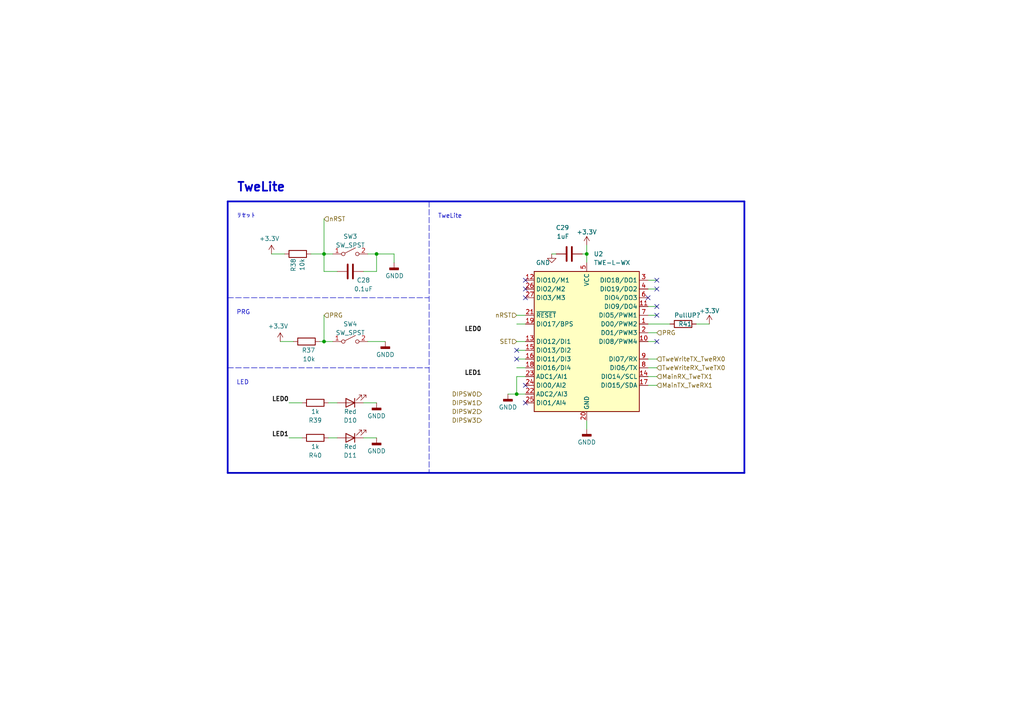
<source format=kicad_sch>
(kicad_sch (version 20230121) (generator eeschema)
  (paper "A4")
  (lib_symbols
    (symbol "Device:C" (pin_numbers hide) (pin_names (offset 0.254))
      (property "Reference" "C" (at 0.635 2.54 0))
      (property "Value" "C" (at 0.635 -2.54 0))
      (symbol "C_0_1"
        (polyline (pts (xy -2.032 -0.762) (xy 2.032 -0.762)) (stroke (width 0.508)))
        (polyline (pts (xy -2.032 0.762) (xy 2.032 0.762)) (stroke (width 0.508)))
      )
      (symbol "C_1_1"
        (pin passive line (at 0 3.81 270) (length 2.794) (name "~") (number "1"))
        (pin passive line (at 0 -3.81 90) (length 2.794) (name "~") (number "2"))
      )
    )
    (symbol "Device:LED" (pin_numbers hide) (pin_names (offset 1.016) hide)
      (property "Reference" "D" (at 0 2.54 0))
      (property "Value" "LED" (at 0 -2.54 0))
      (symbol "LED_0_1"
        (polyline (pts (xy -1.27 -1.27) (xy -1.27 1.27)) (stroke (width 0.254)))
        (polyline (pts (xy -1.27 0) (xy 1.27 0)))
        (polyline (pts (xy 1.27 -1.27) (xy 1.27 1.27) (xy -1.27 0) (xy 1.27 -1.27)) (stroke (width 0.254)))
        (polyline (pts (xy -3.048 -0.762) (xy -4.572 -2.286) (xy -3.81 -2.286) (xy -4.572 -2.286) (xy -4.572 -1.524)))
        (polyline (pts (xy -1.778 -0.762) (xy -3.302 -2.286) (xy -2.54 -2.286) (xy -3.302 -2.286) (xy -3.302 -1.524)))
      )
      (symbol "LED_1_1"
        (pin passive line (at -3.81 0 0) (length 2.54) (name "K") (number "1"))
        (pin passive line (at 3.81 0 180) (length 2.54) (name "A") (number "2"))
      )
    )
    (symbol "Device:R" (pin_numbers hide) (pin_names (offset 0))
      (property "Reference" "R" (at 2.032 0 90))
      (property "Value" "R" (at 0 0 90))
      (symbol "R_0_1"
        (rectangle (start -1.016 -2.54) (end 1.016 2.54) (stroke (width 0.254)))
      )
      (symbol "R_1_1"
        (pin passive line (at 0 3.81 270) (length 1.27) (name "~") (number "1"))
        (pin passive line (at 0 -3.81 90) (length 1.27) (name "~") (number "2"))
      )
    )
    (symbol "RF_ZigBee:TWE-L-WX"
      (property "Reference" "U" (at -11.43 21.59 0))
      (property "Value" "TWE-L-WX" (at 7.62 21.59 0))
      (symbol "TWE-L-WX_1_0"
        (rectangle (start -15.24 -20.32) (end 15.24 20.32) (stroke (width 0.254)) (fill (type background)))
      )
      (symbol "TWE-L-WX_1_1"
        (pin output line (at 17.78 5.08 180) (length 2.54) (name "DO0/PWM2") (number "1"))
        (pin bidirectional line (at 17.78 0 180) (length 2.54) (name "DIO8/PWM4") (number "10"))
        (pin bidirectional line (at 17.78 10.16 180) (length 2.54) (name "DIO9/DO4") (number "11"))
        (pin bidirectional line (at -17.78 17.78 0) (length 2.54) (name "DIO10/M1") (number "12"))
        (pin bidirectional line (at -17.78 0 0) (length 2.54) (name "DIO12/DI1") (number "13"))
        (pin bidirectional line (at 17.78 -10.16 180) (length 2.54) (name "DIO14/SCL") (number "14"))
        (pin bidirectional line (at -17.78 -2.54 0) (length 2.54) (name "DIO13/DI2") (number "15"))
        (pin bidirectional line (at -17.78 -5.08 0) (length 2.54) (name "DIO11/DI3") (number "16"))
        (pin bidirectional line (at 17.78 -12.7 180) (length 2.54) (name "DIO15/SDA") (number "17"))
        (pin bidirectional line (at -17.78 -7.62 0) (length 2.54) (name "DIO16/DI4") (number "18"))
        (pin bidirectional line (at -17.78 5.08 0) (length 2.54) (name "DIO17/BPS") (number "19"))
        (pin bidirectional line (at 17.78 2.54 180) (length 2.54) (name "DO1/PWM3") (number "2"))
        (pin power_in line (at 0 -22.86 90) (length 2.54) (name "GND") (number "20"))
        (pin input line (at -17.78 7.62 0) (length 2.54) (name "~{RESET}") (number "21"))
        (pin input line (at -17.78 -15.24 0) (length 2.54) (name "ADC2/AI3") (number "22"))
        (pin input line (at -17.78 -10.16 0) (length 2.54) (name "ADC1/AI1") (number "23"))
        (pin bidirectional line (at -17.78 -12.7 0) (length 2.54) (name "DIO0/AI2") (number "24"))
        (pin bidirectional line (at -17.78 -17.78 0) (length 2.54) (name "DIO1/AI4") (number "25"))
        (pin bidirectional line (at -17.78 15.24 0) (length 2.54) (name "DIO2/M2") (number "26"))
        (pin bidirectional line (at -17.78 12.7 0) (length 2.54) (name "DIO3/M3") (number "27"))
        (pin passive line (at 0 -22.86 90) (length 2.54) hide (name "GND") (number "28"))
        (pin no_connect line (at 15.24 -17.78 180) (length 2.54) hide (name "NC") (number "29"))
        (pin bidirectional line (at 17.78 17.78 180) (length 2.54) (name "DIO18/DO1") (number "3"))
        (pin passive line (at 0 -22.86 90) (length 2.54) hide (name "GND") (number "30"))
        (pin passive line (at 0 -22.86 90) (length 2.54) hide (name "GND") (number "31"))
        (pin passive line (at 0 -22.86 90) (length 2.54) hide (name "GND") (number "32"))
        (pin bidirectional line (at 17.78 15.24 180) (length 2.54) (name "DIO19/DO2") (number "4"))
        (pin power_in line (at 0 22.86 270) (length 2.54) (name "VCC") (number "5"))
        (pin bidirectional line (at 17.78 12.7 180) (length 2.54) (name "DIO4/DO3") (number "6"))
        (pin bidirectional line (at 17.78 7.62 180) (length 2.54) (name "DIO5/PWM1") (number "7"))
        (pin bidirectional line (at 17.78 -7.62 180) (length 2.54) (name "DIO6/TX") (number "8"))
        (pin bidirectional line (at 17.78 -5.08 180) (length 2.54) (name "DIO7/RX") (number "9"))
      )
    )
    (symbol "Switch:SW_SPST" (pin_names (offset 0) hide)
      (property "Reference" "SW" (at 0 3.175 0))
      (property "Value" "SW_SPST" (at 0 -2.54 0))
      (symbol "SW_SPST_0_0"
        (circle (center -2.032 0) (radius 0.508))
        (polyline (pts (xy -1.524 0.254) (xy 1.524 1.778)))
        (circle (center 2.032 0) (radius 0.508))
      )
      (symbol "SW_SPST_1_1"
        (pin passive line (at -5.08 0 0) (length 2.54) (name "A") (number "1"))
        (pin passive line (at 5.08 0 180) (length 2.54) (name "B") (number "2"))
      )
    )
    (symbol "power:+3.3V" (power) (pin_names (offset 0))
      (property "Value" "+3.3V" (at 0 3.556 0))
      (symbol "+3.3V_0_1"
        (polyline (pts (xy -0.762 1.27) (xy 0 2.54)))
        (polyline (pts (xy 0 0) (xy 0 2.54)))
        (polyline (pts (xy 0 2.54) (xy 0.762 1.27)))
      )
      (symbol "+3.3V_1_1"
        (pin power_in line (at 0 0 90) (length 0) hide (name "+3.3V") (number "1"))
      )
    )
    (symbol "power:GND" (power) (pin_names (offset 0))
      (property "Value" "GND" (at 0 -3.81 0))
      (symbol "GND_0_1"
        (polyline (pts (xy 0 0) (xy 0 -1.27) (xy 1.27 -1.27) (xy 0 -2.54) (xy -1.27 -1.27) (xy 0 -1.27)))
      )
      (symbol "GND_1_1"
        (pin power_in line (at 0 0 270) (length 0) hide (name "GND") (number "1"))
      )
    )
    (symbol "power:GNDD" (power) (pin_names (offset 0))
      (property "Value" "GNDD" (at 0 -3.175 0))
      (symbol "GNDD_0_1"
        (rectangle (start -1.27 -1.524) (end 1.27 -2.032) (stroke (width 0.254)) (fill (type outline)))
        (polyline (pts (xy 0 0) (xy 0 -1.524)))
      )
      (symbol "GNDD_1_1"
        (pin power_in line (at 0 0 270) (length 0) hide (name "GNDD") (number "1"))
      )
    )
  )
  (junction (at 170.18 73.66))
  (junction (at 93.98 73.66))
  (junction (at 149.86 114.3))
  (junction (at 93.98 99.06))
  (junction (at 109.22 73.66))
  (no_connect (at 152.4 86.36))
  (no_connect (at 149.86 101.6))
  (no_connect (at 190.5 99.06))
  (no_connect (at 149.86 104.14))
  (no_connect (at 190.5 83.82))
  (no_connect (at 152.4 111.76))
  (no_connect (at 190.5 91.44))
  (no_connect (at 187.96 86.36))
  (no_connect (at 152.4 81.28))
  (no_connect (at 152.4 116.84))
  (no_connect (at 190.5 81.28))
  (no_connect (at 152.4 83.82))
  (no_connect (at 190.5 88.9))
  (wire (pts (xy 187.96 88.9) (xy 190.5 88.9)))
  (wire (pts (xy 149.86 114.3) (xy 152.4 114.3)))
  (wire (pts (xy 90.17 73.66) (xy 93.98 73.66)))
  (wire (pts (xy 201.93 93.98) (xy 205.74 93.98)))
  (wire (pts (xy 105.41 116.84) (xy 109.22 116.84)))
  (wire (pts (xy 149.86 104.14) (xy 152.4 104.14)))
  (wire (pts (xy 149.86 109.22) (xy 149.86 114.3)))
  (wire (pts (xy 109.22 73.66) (xy 114.3 73.66)))
  (wire (pts (xy 170.18 71.12) (xy 170.18 73.66)))
  (wire (pts (xy 149.86 114.3) (xy 147.32 114.3)))
  (wire (pts (xy 187.96 93.98) (xy 194.31 93.98)))
  (wire (pts (xy 83.82 116.84) (xy 87.63 116.84)))
  (wire (pts (xy 187.96 109.22) (xy 190.5 109.22)))
  (wire (pts (xy 106.68 99.06) (xy 111.76 99.06)))
  (wire (pts (xy 187.96 111.76) (xy 190.5 111.76)))
  (polyline (pts (xy 66.04 106.68) (xy 124.46 106.68)) (stroke (width 0) (type dash)))
  (wire (pts (xy 93.98 99.06) (xy 96.52 99.06)))
  (wire (pts (xy 187.96 106.68) (xy 190.5 106.68)))
  (wire (pts (xy 149.86 93.98) (xy 152.4 93.98)))
  (wire (pts (xy 106.68 73.66) (xy 109.22 73.66)))
  (wire (pts (xy 93.98 78.74) (xy 97.79 78.74)))
  (wire (pts (xy 170.18 121.92) (xy 170.18 124.46)))
  (wire (pts (xy 187.96 81.28) (xy 190.5 81.28)))
  (wire (pts (xy 160.02 73.66) (xy 161.29 73.66)))
  (wire (pts (xy 187.96 96.52) (xy 190.5 96.52)))
  (wire (pts (xy 149.86 99.06) (xy 152.4 99.06)))
  (wire (pts (xy 78.74 73.66) (xy 82.55 73.66)))
  (polyline (pts (xy 124.46 58.42) (xy 124.46 137.16)) (stroke (width 0) (type dash)))
  (wire (pts (xy 152.4 109.22) (xy 149.86 109.22)))
  (wire (pts (xy 93.98 63.5) (xy 93.98 73.66)))
  (wire (pts (xy 93.98 91.44) (xy 93.98 99.06)))
  (wire (pts (xy 187.96 91.44) (xy 190.5 91.44)))
  (wire (pts (xy 109.22 78.74) (xy 105.41 78.74)))
  (wire (pts (xy 170.18 73.66) (xy 170.18 76.2)))
  (wire (pts (xy 168.91 73.66) (xy 170.18 73.66)))
  (wire (pts (xy 81.28 99.06) (xy 85.09 99.06)))
  (wire (pts (xy 83.82 127) (xy 87.63 127)))
  (wire (pts (xy 187.96 99.06) (xy 190.5 99.06)))
  (wire (pts (xy 149.86 101.6) (xy 152.4 101.6)))
  (wire (pts (xy 114.3 73.66) (xy 114.3 76.2)))
  (polyline (pts (xy 66.04 86.36) (xy 124.46 86.36)) (stroke (width 0) (type dash)))
  (polyline (pts (xy 66.04 58.42) (xy 215.9 58.42)) (stroke (width 0.5) (type solid)))
  (wire (pts (xy 149.86 106.68) (xy 152.4 106.68)))
  (wire (pts (xy 96.52 73.66) (xy 93.98 73.66)))
  (wire (pts (xy 93.98 78.74) (xy 93.98 73.66)))
  (polyline (pts (xy 66.04 137.16) (xy 215.9 137.16)) (stroke (width 0.5) (type solid)))
  (wire (pts (xy 95.25 127) (xy 97.79 127)))
  (wire (pts (xy 187.96 83.82) (xy 190.5 83.82)))
  (wire (pts (xy 187.96 104.14) (xy 190.5 104.14)))
  (polyline (pts (xy 215.9 137.16) (xy 215.9 58.42)) (stroke (width 0.5) (type solid)))
  (wire (pts (xy 149.86 91.44) (xy 152.4 91.44)))
  (wire (pts (xy 92.71 99.06) (xy 93.98 99.06)))
  (polyline (pts (xy 66.04 58.42) (xy 66.04 137.16)) (stroke (width 0.5) (type solid)))
  (wire (pts (xy 109.22 78.74) (xy 109.22 73.66)))
  (wire (pts (xy 105.41 127) (xy 109.22 127)))
  (wire (pts (xy 95.25 116.84) (xy 97.79 116.84)))
  (text "TweLite" (at 127 63.5 0) (effects (font (size 1.27 1.27)) (justify left bottom)))
  (text "PRG" (at 68.58 91.44 0) (effects (font (size 1.27 1.27)) (justify left bottom)))
  (text "リセット" (at 68.58 63.5 0) (effects (font (size 1.27 1.27)) (justify left bottom)))
  (text "LED" (at 68.58 111.76 0) (effects (font (size 1.27 1.27)) (justify left bottom)))
  (text "TweLite" (at 68.58 55.88 0) (effects (font (size 2.54 2.54) (thickness 0.508) bold) (justify left bottom)))
  (label "LED0" (at 139.7 96.52 180) (effects (font (thickness 0.254) bold)))
  (label "LED1" (at 83.82 127 180) (effects (font (thickness 0.254) bold)))
  (label "LED1" (at 139.7 109.22 180) (effects (font (thickness 0.254) bold)))
  (label "LED0" (at 83.82 116.84 180) (effects (font (thickness 0.254) bold)))
  (hierarchical_label "DIPSW1" (shape input) (at 139.7 116.84 180))
  (hierarchical_label "SET" (shape input) (at 149.86 99.06 180))
  (hierarchical_label "DIPSW0" (shape input) (at 139.7 114.3 180))
  (hierarchical_label "PRG" (shape input) (at 190.5 96.52 0))
  (hierarchical_label "MainRX_TweTX1" (shape input) (at 190.5 109.22 0))
  (hierarchical_label "PRG" (shape input) (at 93.98 91.44 0))
  (hierarchical_label "MainTX_TweRX1" (shape input) (at 190.5 111.76 0))
  (hierarchical_label "TweWriteRX_TweTX0" (shape input) (at 190.5 106.68 0))
  (hierarchical_label "nRST" (shape input) (at 93.98 63.5 0))
  (hierarchical_label "DIPSW2" (shape input) (at 139.7 119.38 180))
  (hierarchical_label "nRST" (shape input) (at 149.86 91.44 180))
  (hierarchical_label "TweWriteTX_TweRX0" (shape input) (at 190.5 104.14 0))
  (hierarchical_label "DIPSW3" (shape input) (at 139.7 121.92 180))
  (symbol (lib_id "power:+3.3V") (at 170.18 71.12 0) (unit 1)
    (property "Reference" "#PWR080" (effects hide))
    (property "Value" "+3.3V" (at 170.18 67.31 0))
  )
  (symbol (lib_id "Device:C") (at 165.1 73.66 90) (unit 1)
    (property "Reference" "C29" (at 165.1 66.04 90) (effects (justify left)))
    (property "Value" "1uF" (at 165.1 68.58 90) (effects (justify left)))
    (property "Footprint" "Capacitor_SMD:C_0402_1005Metric" (effects hide))
  )
  (symbol (lib_id "power:GND") (at 160.02 73.66 0) (unit 1)
    (property "Reference" "#PWR079" (effects hide))
    (property "Value" "GND" (at 157.48 76.2 0))
  )
  (symbol (lib_id "Device:R") (at 88.9 99.06 90) (mirror x) (unit 1)
    (property "Reference" "R37" (at 91.44 101.6 90) (effects (justify left)))
    (property "Value" "10k" (at 91.44 104.14 90) (effects (justify left)))
    (property "Footprint" "Resistor_SMD:R_0402_1005Metric" (effects hide))
  )
  (symbol (lib_id "Device:LED") (at 101.6 116.84 180) (unit 1)
    (property "Reference" "D10" (at 101.6 121.92 0))
    (property "Value" "Red" (at 101.6 119.38 0))
    (property "Footprint" "LED_SMD:LED_0603_1608Metric_Pad1.05x0.95mm_HandSolder" (effects hide))
  )
  (symbol (lib_id "Device:R") (at 198.12 93.98 90) (mirror x) (unit 1)
    (property "Reference" "R41" (at 200.66 93.98 90) (effects (justify left)))
    (property "Value" "PullUP?" (at 203.2 91.44 90) (effects (justify left)))
    (property "Footprint" "Resistor_SMD:R_0603_1608Metric" (effects hide))
  )
  (symbol (lib_id "power:+3.3V") (at 78.74 73.66 0) (unit 1)
    (property "Reference" "#PWR075" (effects hide))
    (property "Value" "+3.3V" (at 78.105 69.215 0))
  )
  (symbol (lib_id "power:GNDD") (at 114.3 76.2 0) (unit 1)
    (property "Reference" "#PWR076" (effects hide))
    (property "Value" "GNDD" (at 111.76 80.01 0) (effects (justify left)))
  )
  (symbol (lib_id "RF_ZigBee:TWE-L-WX") (at 170.18 99.06 0) (unit 1)
    (property "Reference" "U2" (at 172.1994 73.66 0) (effects (justify left)))
    (property "Value" "TWE-L-WX" (at 172.1994 76.2 0) (effects (justify left)))
    (property "Footprint" "RF_Module:MonoWireless_TWE-L-WX" (effects hide))
    (property "Datasheet" "https://www.mono-wireless.com/jp/products/TWE-LITE/MW-PDS-TWELITE-JP.pdf" (effects hide))
  )
  (symbol (lib_id "Device:R") (at 86.36 73.66 90) (mirror x) (unit 1)
    (property "Reference" "R38" (at 85.09 74.93 0) (effects (justify left)))
    (property "Value" "10k" (at 87.63 74.93 0) (effects (justify left)))
    (property "Footprint" "Resistor_SMD:R_0402_1005Metric" (effects hide))
  )
  (symbol (lib_id "power:GNDD") (at 111.76 99.06 0) (unit 1)
    (property "Reference" "#PWR077" (effects hide))
    (property "Value" "GNDD" (at 111.76 102.87 0))
  )
  (symbol (lib_id "Switch:SW_SPST") (at 101.6 99.06 0) (unit 1)
    (property "Reference" "SW4" (at 101.6 93.98 0))
    (property "Value" "SW_SPST" (at 101.6 96.52 0))
    (property "Footprint" "Button_Switch_SMD:SW_Push_1P1T_NO_Vertical_Wuerth_434133025816" (effects hide))
  )
  (symbol (lib_id "power:GNDD") (at 170.18 124.46 0) (unit 1)
    (property "Reference" "#PWR081" (effects hide))
    (property "Value" "GNDD" (at 170.18 128.27 0))
  )
  (symbol (lib_id "power:GNDD") (at 109.22 127 0) (unit 1)
    (property "Reference" "#PWR083" (effects hide))
    (property "Value" "GNDD" (at 109.22 130.81 0))
  )
  (symbol (lib_id "power:GNDD") (at 147.32 114.3 0) (unit 1)
    (property "Reference" "#PWR078" (effects hide))
    (property "Value" "GNDD" (at 147.32 118.11 0))
  )
  (symbol (lib_id "Device:R") (at 91.44 127 270) (mirror x) (unit 1)
    (property "Reference" "R40" (at 91.44 132.08 90))
    (property "Value" "1k" (at 91.44 129.54 90))
    (property "Footprint" "Resistor_SMD:R_0402_1005Metric" (effects hide))
  )
  (symbol (lib_id "Switch:SW_SPST") (at 101.6 73.66 0) (unit 1)
    (property "Reference" "SW3" (at 101.6 68.58 0))
    (property "Value" "SW_SPST" (at 101.6 71.12 0))
    (property "Footprint" "Button_Switch_SMD:SW_Push_1P1T_NO_Vertical_Wuerth_434133025816" (effects hide))
  )
  (symbol (lib_id "Device:R") (at 91.44 116.84 270) (mirror x) (unit 1)
    (property "Reference" "R39" (at 91.44 121.92 90))
    (property "Value" "1k" (at 91.44 119.38 90))
    (property "Footprint" "Resistor_SMD:R_0402_1005Metric" (effects hide))
  )
  (symbol (lib_id "power:+3.3V") (at 81.28 99.06 0) (unit 1)
    (property "Reference" "#PWR073" (effects hide))
    (property "Value" "+3.3V" (at 80.645 94.615 0))
  )
  (symbol (lib_id "power:GNDD") (at 109.22 116.84 0) (unit 1)
    (property "Reference" "#PWR082" (effects hide))
    (property "Value" "GNDD" (at 109.22 120.65 0))
  )
  (symbol (lib_id "Device:LED") (at 101.6 127 180) (unit 1)
    (property "Reference" "D11" (at 101.6 132.08 0))
    (property "Value" "Red" (at 101.6 129.54 0))
    (property "Footprint" "LED_SMD:LED_0603_1608Metric_Pad1.05x0.95mm_HandSolder" (effects hide))
  )
  (symbol (lib_id "Device:C") (at 101.6 78.74 90) (unit 1)
    (property "Reference" "C28" (at 105.41 81.28 90))
    (property "Value" "0.1uF" (at 105.41 83.82 90))
    (property "Footprint" "Capacitor_SMD:C_0402_1005Metric" (effects hide))
  )
  (symbol (lib_id "power:+3.3V") (at 205.74 93.98 0) (unit 1)
    (property "Reference" "#PWR084" (effects hide))
    (property "Value" "+3.3V" (at 205.74 90.17 0))
  )
)
</source>
